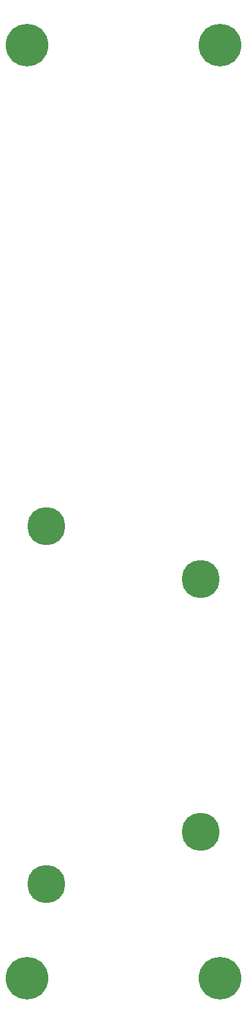
<source format=gbs>
G04 #@! TF.GenerationSoftware,KiCad,Pcbnew,(6.0.9-0)*
G04 #@! TF.CreationDate,2023-02-07T08:35:15+01:00*
G04 #@! TF.ProjectId,fp_da20_controls,66705f64-6132-4305-9f63-6f6e74726f6c,A*
G04 #@! TF.SameCoordinates,Original*
G04 #@! TF.FileFunction,Soldermask,Bot*
G04 #@! TF.FilePolarity,Negative*
%FSLAX46Y46*%
G04 Gerber Fmt 4.6, Leading zero omitted, Abs format (unit mm)*
G04 Created by KiCad (PCBNEW (6.0.9-0)) date 2023-02-07 08:35:15*
%MOMM*%
%LPD*%
G01*
G04 APERTURE LIST*
%ADD10C,5.600000*%
%ADD11C,5.000000*%
G04 APERTURE END LIST*
D10*
X88900000Y-40350000D03*
X63500000Y-40350000D03*
D11*
X66040000Y-150500000D03*
X66040000Y-103500000D03*
D10*
X88900000Y-162850000D03*
D11*
X86360000Y-143600000D03*
X86360000Y-110400000D03*
D10*
X63500000Y-162850000D03*
M02*

</source>
